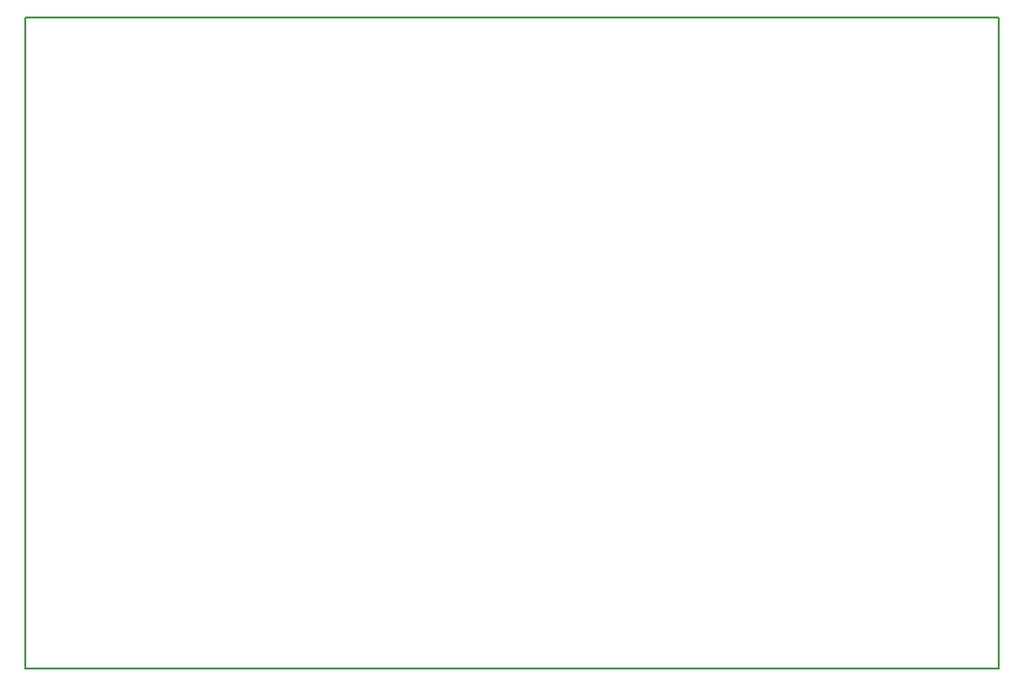
<source format=gbr>
G04 PROTEUS RS274X GERBER FILE*
%FSLAX45Y45*%
%MOMM*%
G01*
%ADD31C,0.203200*%
D31*
X-9460000Y-140000D02*
X-990000Y-140000D01*
X-990000Y+5530000D01*
X-9460000Y+5530000D01*
X-9460000Y-140000D01*
M02*

</source>
